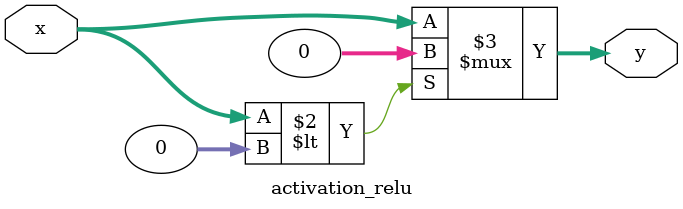
<source format=sv>
module activation_relu(
  input  logic signed [31:0] x,
  output logic signed [31:0] y
);
  always_comb y = (x < 0) ? 32'sd0 : x;
endmodule

</source>
